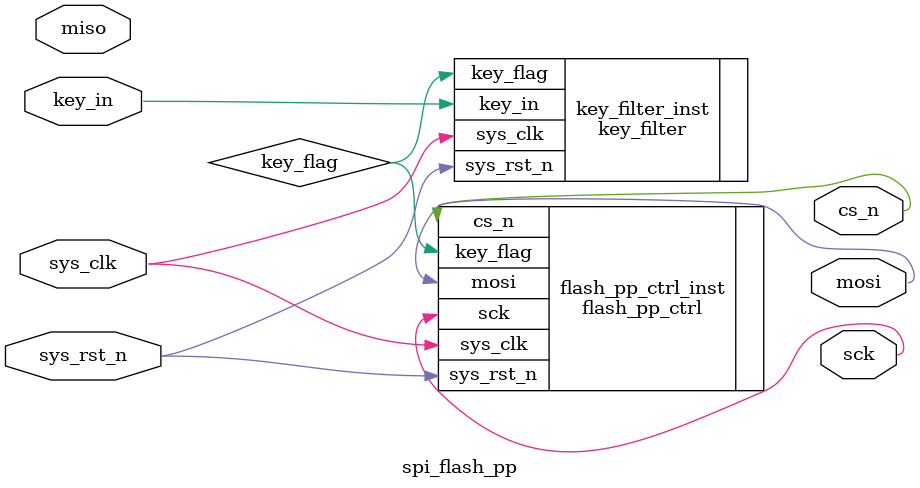
<source format=v>
module  spi_flash_pp
(
    input   wire            sys_clk     ,
    input   wire            sys_rst_n   ,
    input   wire            key_in      ,
    input   wire            miso        ,

    output  wire            cs_n        ,
    output  wire            sck         ,
    output  wire            mosi
);

wire    key_flag;

key_filter
#(
    .CNT_MAX (20'd999_999)
)
key_filter_inst
(
    .sys_clk    (sys_clk),
    .sys_rst_n  (sys_rst_n),
    .key_in     (key_in),

    .key_flag   (key_flag)
);

flash_pp_ctrl   flash_pp_ctrl_inst
(
    .sys_clk     (sys_clk),
    .sys_rst_n   (sys_rst_n),
    .key_flag    (key_flag),

    .cs_n        (cs_n),
    .sck         (sck),
    .mosi        (mosi)
);



endmodule

</source>
